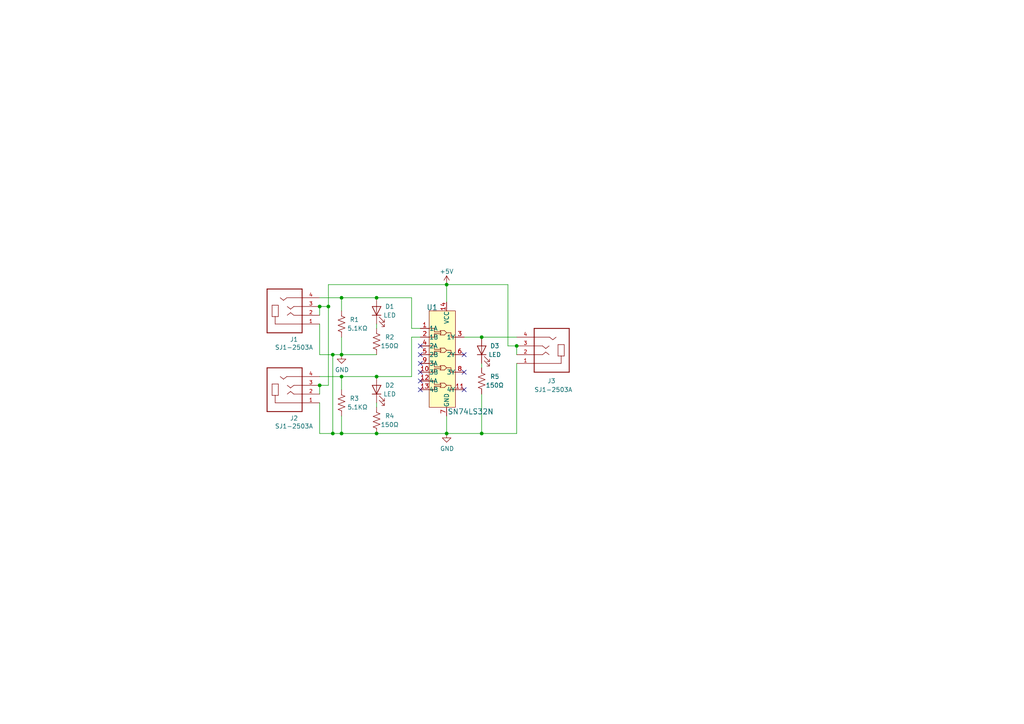
<source format=kicad_sch>
(kicad_sch (version 20211123) (generator eeschema)

  (uuid 1056a15e-094d-47b4-806a-ca2766467e91)

  (paper "A4")

  (lib_symbols
    (symbol "conduWIT_parts:10KΩ" (pin_numbers hide) (pin_names (offset 0)) (in_bom yes) (on_board yes)
      (property "Reference" "R" (id 0) (at 2.54 0 90)
        (effects (font (size 1.27 1.27)))
      )
      (property "Value" "10KΩ" (id 1) (at -2.54 0 90)
        (effects (font (size 1.27 1.27)))
      )
      (property "Footprint" "conduWIT_parts:R_Axial_DIN0207_L6.3mm_D2.5mm_P7.62mm_Horizontal" (id 2) (at 1.016 -0.254 90)
        (effects (font (size 1.27 1.27)) hide)
      )
      (property "Datasheet" "https://www.seielect.com/catalog/sei-rnf_rnmf.pdf" (id 3) (at 0 0 0)
        (effects (font (size 1.27 1.27)) hide)
      )
      (property "Digikey" "RNF14FTD10K0CT-ND" (id 4) (at -5.08 0 90)
        (effects (font (size 1.27 1.27)) hide)
      )
      (property "ki_keywords" "R res resistor" (id 5) (at 0 0 0)
        (effects (font (size 1.27 1.27)) hide)
      )
      (property "ki_description" "Resistor, US symbol" (id 6) (at 0 0 0)
        (effects (font (size 1.27 1.27)) hide)
      )
      (property "ki_fp_filters" "R_*" (id 7) (at 0 0 0)
        (effects (font (size 1.27 1.27)) hide)
      )
      (symbol "10KΩ_0_1"
        (polyline
          (pts
            (xy 0 -2.286)
            (xy 0 -2.54)
          )
          (stroke (width 0) (type default) (color 0 0 0 0))
          (fill (type none))
        )
        (polyline
          (pts
            (xy 0 2.286)
            (xy 0 2.54)
          )
          (stroke (width 0) (type default) (color 0 0 0 0))
          (fill (type none))
        )
        (polyline
          (pts
            (xy 0 -0.762)
            (xy 1.016 -1.143)
            (xy 0 -1.524)
            (xy -1.016 -1.905)
            (xy 0 -2.286)
          )
          (stroke (width 0) (type default) (color 0 0 0 0))
          (fill (type none))
        )
        (polyline
          (pts
            (xy 0 0.762)
            (xy 1.016 0.381)
            (xy 0 0)
            (xy -1.016 -0.381)
            (xy 0 -0.762)
          )
          (stroke (width 0) (type default) (color 0 0 0 0))
          (fill (type none))
        )
        (polyline
          (pts
            (xy 0 2.286)
            (xy 1.016 1.905)
            (xy 0 1.524)
            (xy -1.016 1.143)
            (xy 0 0.762)
          )
          (stroke (width 0) (type default) (color 0 0 0 0))
          (fill (type none))
        )
      )
      (symbol "10KΩ_1_1"
        (pin passive line (at 0 3.81 270) (length 1.27)
          (name "~" (effects (font (size 1.27 1.27))))
          (number "1" (effects (font (size 1.27 1.27))))
        )
        (pin passive line (at 0 -3.81 90) (length 1.27)
          (name "~" (effects (font (size 1.27 1.27))))
          (number "2" (effects (font (size 1.27 1.27))))
        )
      )
    )
    (symbol "conduWIT_parts:30Ω" (pin_numbers hide) (pin_names (offset 0)) (in_bom yes) (on_board yes)
      (property "Reference" "R" (id 0) (at 2.54 0 90)
        (effects (font (size 1.27 1.27)))
      )
      (property "Value" "30Ω" (id 1) (at -2.54 0 90)
        (effects (font (size 1.27 1.27)))
      )
      (property "Footprint" "conduWIT_parts:R_Axial_DIN0207_L6.3mm_D2.5mm_P7.62mm_Horizontal" (id 2) (at 1.016 -0.254 90)
        (effects (font (size 1.27 1.27)) hide)
      )
      (property "Datasheet" "https://www.seielect.com/catalog/sei-rnf_rnmf.pdf" (id 3) (at 0 0 0)
        (effects (font (size 1.27 1.27)) hide)
      )
      (property "Digikey" "RNMF14FTC30R0CT-ND" (id 4) (at -5.08 0 90)
        (effects (font (size 1.27 1.27)) hide)
      )
      (property "ki_keywords" "R res resistor" (id 5) (at 0 0 0)
        (effects (font (size 1.27 1.27)) hide)
      )
      (property "ki_description" "Resistor, US symbol" (id 6) (at 0 0 0)
        (effects (font (size 1.27 1.27)) hide)
      )
      (property "ki_fp_filters" "R_*" (id 7) (at 0 0 0)
        (effects (font (size 1.27 1.27)) hide)
      )
      (symbol "30Ω_0_1"
        (polyline
          (pts
            (xy 0 -2.286)
            (xy 0 -2.54)
          )
          (stroke (width 0) (type default) (color 0 0 0 0))
          (fill (type none))
        )
        (polyline
          (pts
            (xy 0 2.286)
            (xy 0 2.54)
          )
          (stroke (width 0) (type default) (color 0 0 0 0))
          (fill (type none))
        )
        (polyline
          (pts
            (xy 0 -0.762)
            (xy 1.016 -1.143)
            (xy 0 -1.524)
            (xy -1.016 -1.905)
            (xy 0 -2.286)
          )
          (stroke (width 0) (type default) (color 0 0 0 0))
          (fill (type none))
        )
        (polyline
          (pts
            (xy 0 0.762)
            (xy 1.016 0.381)
            (xy 0 0)
            (xy -1.016 -0.381)
            (xy 0 -0.762)
          )
          (stroke (width 0) (type default) (color 0 0 0 0))
          (fill (type none))
        )
        (polyline
          (pts
            (xy 0 2.286)
            (xy 1.016 1.905)
            (xy 0 1.524)
            (xy -1.016 1.143)
            (xy 0 0.762)
          )
          (stroke (width 0) (type default) (color 0 0 0 0))
          (fill (type none))
        )
      )
      (symbol "30Ω_1_1"
        (pin passive line (at 0 3.81 270) (length 1.27)
          (name "~" (effects (font (size 1.27 1.27))))
          (number "1" (effects (font (size 1.27 1.27))))
        )
        (pin passive line (at 0 -3.81 90) (length 1.27)
          (name "~" (effects (font (size 1.27 1.27))))
          (number "2" (effects (font (size 1.27 1.27))))
        )
      )
    )
    (symbol "conduWIT_parts:LED" (pin_numbers hide) (pin_names (offset 1.016) hide) (in_bom yes) (on_board yes)
      (property "Reference" "D" (id 0) (at 0 2.54 0)
        (effects (font (size 1.27 1.27)))
      )
      (property "Value" "LED" (id 1) (at 0 -2.54 0)
        (effects (font (size 1.27 1.27)))
      )
      (property "Footprint" "conduWIT_parts:LED_D5.0mm" (id 2) (at 0 0 0)
        (effects (font (size 1.27 1.27)) hide)
      )
      (property "Datasheet" "https://www.we-online.de/katalog/datasheet/151051RS11000.pdf" (id 3) (at 0 0 0)
        (effects (font (size 1.27 1.27)) hide)
      )
      (property "Digikey" "732-5016-ND" (id 4) (at -2.54 5.08 0)
        (effects (font (size 1.27 1.27)) hide)
      )
      (property "ki_keywords" "LED diode" (id 5) (at 0 0 0)
        (effects (font (size 1.27 1.27)) hide)
      )
      (property "ki_description" "Light emitting diode" (id 6) (at 0 0 0)
        (effects (font (size 1.27 1.27)) hide)
      )
      (property "ki_fp_filters" "LED* LED_SMD:* LED_THT:*" (id 7) (at 0 0 0)
        (effects (font (size 1.27 1.27)) hide)
      )
      (symbol "LED_0_1"
        (polyline
          (pts
            (xy -1.27 -1.27)
            (xy -1.27 1.27)
          )
          (stroke (width 0.2032) (type default) (color 0 0 0 0))
          (fill (type none))
        )
        (polyline
          (pts
            (xy -1.27 0)
            (xy 1.27 0)
          )
          (stroke (width 0) (type default) (color 0 0 0 0))
          (fill (type none))
        )
        (polyline
          (pts
            (xy 1.27 -1.27)
            (xy 1.27 1.27)
            (xy -1.27 0)
            (xy 1.27 -1.27)
          )
          (stroke (width 0.2032) (type default) (color 0 0 0 0))
          (fill (type none))
        )
        (polyline
          (pts
            (xy -3.048 -0.762)
            (xy -4.572 -2.286)
            (xy -3.81 -2.286)
            (xy -4.572 -2.286)
            (xy -4.572 -1.524)
          )
          (stroke (width 0) (type default) (color 0 0 0 0))
          (fill (type none))
        )
        (polyline
          (pts
            (xy -1.778 -0.762)
            (xy -3.302 -2.286)
            (xy -2.54 -2.286)
            (xy -3.302 -2.286)
            (xy -3.302 -1.524)
          )
          (stroke (width 0) (type default) (color 0 0 0 0))
          (fill (type none))
        )
      )
      (symbol "LED_1_1"
        (pin passive line (at -3.81 0 0) (length 2.54)
          (name "K" (effects (font (size 1.27 1.27))))
          (number "1" (effects (font (size 1.27 1.27))))
        )
        (pin passive line (at 3.81 0 180) (length 2.54)
          (name "A" (effects (font (size 1.27 1.27))))
          (number "2" (effects (font (size 1.27 1.27))))
        )
      )
    )
    (symbol "conduWIT_parts:SJ1-2503A" (pin_names (offset 1.016) hide) (in_bom yes) (on_board yes)
      (property "Reference" "J" (id 0) (at -5.08 8.1534 0)
        (effects (font (size 1.27 1.27)) (justify left bottom))
      )
      (property "Value" "SJ1-2503A" (id 1) (at -5.08 -7.112 0)
        (effects (font (size 1.27 1.27)) (justify left bottom))
      )
      (property "Footprint" "conduWIT_parts:CUI_SJ1-2503A" (id 2) (at 0 0 0)
        (effects (font (size 1.27 1.27)) (justify left bottom) hide)
      )
      (property "Datasheet" "https://www.cuidevices.com/product/resource/sj1-2503a.pdf" (id 3) (at 0 0 0)
        (effects (font (size 1.27 1.27)) (justify left bottom) hide)
      )
      (property "Digikey" "CP1-2503A-ND" (id 4) (at 0 -8.89 0)
        (effects (font (size 1.27 1.27)) hide)
      )
      (property "ki_description" "TRS Jack" (id 5) (at 0 0 0)
        (effects (font (size 1.27 1.27)) hide)
      )
      (symbol "SJ1-2503A_0_0"
        (polyline
          (pts
            (xy -5.08 -5.08)
            (xy 5.08 -5.08)
          )
          (stroke (width 0.254) (type default) (color 0 0 0 0))
          (fill (type none))
        )
        (polyline
          (pts
            (xy -5.08 7.62)
            (xy -5.08 -5.08)
          )
          (stroke (width 0.254) (type default) (color 0 0 0 0))
          (fill (type none))
        )
        (polyline
          (pts
            (xy -3.6322 -0.381)
            (xy -3.6322 2.921)
          )
          (stroke (width 0.1524) (type default) (color 0 0 0 0))
          (fill (type none))
        )
        (polyline
          (pts
            (xy -3.6322 2.921)
            (xy -2.7432 2.921)
          )
          (stroke (width 0.1524) (type default) (color 0 0 0 0))
          (fill (type none))
        )
        (polyline
          (pts
            (xy -2.7432 2.921)
            (xy -1.8288 2.921)
          )
          (stroke (width 0.1524) (type default) (color 0 0 0 0))
          (fill (type none))
        )
        (polyline
          (pts
            (xy -2.7432 5.08)
            (xy -2.7432 2.921)
          )
          (stroke (width 0.1524) (type default) (color 0 0 0 0))
          (fill (type none))
        )
        (polyline
          (pts
            (xy -1.8288 -0.381)
            (xy -3.6322 -0.381)
          )
          (stroke (width 0.1524) (type default) (color 0 0 0 0))
          (fill (type none))
        )
        (polyline
          (pts
            (xy -1.8288 2.921)
            (xy -1.8288 -0.381)
          )
          (stroke (width 0.1524) (type default) (color 0 0 0 0))
          (fill (type none))
        )
        (polyline
          (pts
            (xy -0.3302 -1.778)
            (xy -1.27 -2.54)
          )
          (stroke (width 0.1524) (type default) (color 0 0 0 0))
          (fill (type none))
        )
        (polyline
          (pts
            (xy 0.635 -2.54)
            (xy -0.3302 -1.778)
          )
          (stroke (width 0.1524) (type default) (color 0 0 0 0))
          (fill (type none))
        )
        (polyline
          (pts
            (xy 1.7272 0.762)
            (xy 0.762 0)
          )
          (stroke (width 0.1524) (type default) (color 0 0 0 0))
          (fill (type none))
        )
        (polyline
          (pts
            (xy 1.7272 1.778)
            (xy 0.762 2.54)
          )
          (stroke (width 0.1524) (type default) (color 0 0 0 0))
          (fill (type none))
        )
        (polyline
          (pts
            (xy 2.667 0)
            (xy 1.7272 0.762)
          )
          (stroke (width 0.1524) (type default) (color 0 0 0 0))
          (fill (type none))
        )
        (polyline
          (pts
            (xy 2.667 2.54)
            (xy 1.7272 1.778)
          )
          (stroke (width 0.1524) (type default) (color 0 0 0 0))
          (fill (type none))
        )
        (polyline
          (pts
            (xy 4.953 -2.54)
            (xy 0.635 -2.54)
          )
          (stroke (width 0.1524) (type default) (color 0 0 0 0))
          (fill (type none))
        )
        (polyline
          (pts
            (xy 4.953 0)
            (xy 2.667 0)
          )
          (stroke (width 0.1524) (type default) (color 0 0 0 0))
          (fill (type none))
        )
        (polyline
          (pts
            (xy 5.08 -5.08)
            (xy 5.08 2.54)
          )
          (stroke (width 0.254) (type default) (color 0 0 0 0))
          (fill (type none))
        )
        (polyline
          (pts
            (xy 5.08 2.54)
            (xy 2.667 2.54)
          )
          (stroke (width 0.1524) (type default) (color 0 0 0 0))
          (fill (type none))
        )
        (polyline
          (pts
            (xy 5.08 2.54)
            (xy 5.08 5.08)
          )
          (stroke (width 0.254) (type default) (color 0 0 0 0))
          (fill (type none))
        )
        (polyline
          (pts
            (xy 5.08 5.08)
            (xy -2.7432 5.08)
          )
          (stroke (width 0.1524) (type default) (color 0 0 0 0))
          (fill (type none))
        )
        (polyline
          (pts
            (xy 5.08 5.08)
            (xy 5.08 7.62)
          )
          (stroke (width 0.254) (type default) (color 0 0 0 0))
          (fill (type none))
        )
        (polyline
          (pts
            (xy 5.08 7.62)
            (xy -5.08 7.62)
          )
          (stroke (width 0.254) (type default) (color 0 0 0 0))
          (fill (type none))
        )
        (pin passive line (at 10.16 5.08 180) (length 5.08)
          (name "1" (effects (font (size 1.016 1.016))))
          (number "1" (effects (font (size 1.016 1.016))))
        )
        (pin passive line (at 10.16 2.54 180) (length 5.08)
          (name "2" (effects (font (size 1.016 1.016))))
          (number "2" (effects (font (size 1.016 1.016))))
        )
        (pin passive line (at 10.16 0 180) (length 5.08)
          (name "3" (effects (font (size 1.016 1.016))))
          (number "3" (effects (font (size 1.016 1.016))))
        )
        (pin passive line (at 10.16 -2.54 180) (length 5.08)
          (name "4" (effects (font (size 1.016 1.016))))
          (number "4" (effects (font (size 1.016 1.016))))
        )
      )
    )
    (symbol "conduWIT_parts:SN74LS32N" (pin_names (offset 0.0254)) (in_bom yes) (on_board yes)
      (property "Reference" "U" (id 0) (at -2.54 8.636 0)
        (effects (font (size 1.524 1.524)) (justify right))
      )
      (property "Value" "SN74LS32N" (id 1) (at 0.254 -21.59 0)
        (effects (font (size 1.524 1.524)) (justify left))
      )
      (property "Footprint" "conduWIT_parts:DIP-14_W3mm" (id 2) (at 5.08 5.08 0)
        (effects (font (size 1.524 1.524)) (justify left) hide)
      )
      (property "Datasheet" "http://www.ti.com/general/docs/suppproductinfo.tsp?distId=10&gotoUrl=http%3A%2F%2Fwww.ti.com%2Flit%2Fgpn%2Fsn74ls32" (id 3) (at 5.08 7.62 0)
        (effects (font (size 1.524 1.524)) (justify left) hide)
      )
      (property "Digikey" "296-1658-5-ND" (id 4) (at 5.08 10.16 0)
        (effects (font (size 1.524 1.524)) (justify left) hide)
      )
      (property "ki_keywords" "296-1658-5-ND 74LS" (id 5) (at 0 0 0)
        (effects (font (size 1.27 1.27)) hide)
      )
      (property "ki_description" "IC GATE OR 4CH 2-INP 14DIP" (id 6) (at 0 0 0)
        (effects (font (size 1.27 1.27)) hide)
      )
      (symbol "SN74LS32N_0_1"
        (rectangle (start -5.08 7.62) (end 2.54 -20.32)
          (stroke (width 0) (type default) (color 0 0 0 0))
          (fill (type background))
        )
        (arc (start -1.905 -14.605) (mid -1.642 -13.97) (end -1.905 -13.335)
          (stroke (width 0) (type default) (color 0 0 0 0))
          (fill (type none))
        )
        (arc (start -1.905 -9.525) (mid -1.642 -8.89) (end -1.905 -8.255)
          (stroke (width 0) (type default) (color 0 0 0 0))
          (fill (type none))
        )
        (arc (start -1.905 -4.445) (mid -1.642 -3.81) (end -1.905 -3.175)
          (stroke (width 0) (type default) (color 0 0 0 0))
          (fill (type none))
        )
        (arc (start -1.905 0.635) (mid -1.642 1.27) (end -1.905 1.905)
          (stroke (width 0) (type default) (color 0 0 0 0))
          (fill (type none))
        )
        (polyline
          (pts
            (xy -1.905 -14.224)
            (xy -1.778 -14.224)
          )
          (stroke (width 0) (type default) (color 0 0 0 0))
          (fill (type none))
        )
        (polyline
          (pts
            (xy -1.905 -13.716)
            (xy -1.778 -13.716)
          )
          (stroke (width 0) (type default) (color 0 0 0 0))
          (fill (type none))
        )
        (polyline
          (pts
            (xy -1.905 -9.144)
            (xy -1.778 -9.144)
          )
          (stroke (width 0) (type default) (color 0 0 0 0))
          (fill (type none))
        )
        (polyline
          (pts
            (xy -1.905 -8.636)
            (xy -1.778 -8.636)
          )
          (stroke (width 0) (type default) (color 0 0 0 0))
          (fill (type none))
        )
        (polyline
          (pts
            (xy -1.905 -4.064)
            (xy -1.778 -4.064)
          )
          (stroke (width 0) (type default) (color 0 0 0 0))
          (fill (type none))
        )
        (polyline
          (pts
            (xy -1.905 -3.556)
            (xy -1.778 -3.556)
          )
          (stroke (width 0) (type default) (color 0 0 0 0))
          (fill (type none))
        )
        (polyline
          (pts
            (xy -1.905 1.016)
            (xy -1.778 1.016)
          )
          (stroke (width 0) (type default) (color 0 0 0 0))
          (fill (type none))
        )
        (polyline
          (pts
            (xy -1.905 1.524)
            (xy -1.778 1.524)
          )
          (stroke (width 0) (type default) (color 0 0 0 0))
          (fill (type none))
        )
        (polyline
          (pts
            (xy -0.635 -14.605)
            (xy -1.905 -14.605)
          )
          (stroke (width 0) (type default) (color 0 0 0 0))
          (fill (type none))
        )
        (polyline
          (pts
            (xy -0.635 -13.335)
            (xy -1.905 -13.335)
          )
          (stroke (width 0) (type default) (color 0 0 0 0))
          (fill (type none))
        )
        (polyline
          (pts
            (xy -0.635 -9.525)
            (xy -1.905 -9.525)
          )
          (stroke (width 0) (type default) (color 0 0 0 0))
          (fill (type none))
        )
        (polyline
          (pts
            (xy -0.635 -8.255)
            (xy -1.905 -8.255)
          )
          (stroke (width 0) (type default) (color 0 0 0 0))
          (fill (type none))
        )
        (polyline
          (pts
            (xy -0.635 -4.445)
            (xy -1.905 -4.445)
          )
          (stroke (width 0) (type default) (color 0 0 0 0))
          (fill (type none))
        )
        (polyline
          (pts
            (xy -0.635 -3.175)
            (xy -1.905 -3.175)
          )
          (stroke (width 0) (type default) (color 0 0 0 0))
          (fill (type none))
        )
        (polyline
          (pts
            (xy -0.635 0.635)
            (xy -1.905 0.635)
          )
          (stroke (width 0) (type default) (color 0 0 0 0))
          (fill (type none))
        )
        (polyline
          (pts
            (xy -0.635 1.905)
            (xy -1.905 1.905)
          )
          (stroke (width 0) (type default) (color 0 0 0 0))
          (fill (type none))
        )
        (polyline
          (pts
            (xy -0.635 -13.335)
            (xy 0 -13.97)
            (xy -0.635 -14.605)
          )
          (stroke (width 0) (type default) (color 0 0 0 0))
          (fill (type none))
        )
        (polyline
          (pts
            (xy -0.635 -8.255)
            (xy 0 -8.89)
            (xy -0.635 -9.525)
          )
          (stroke (width 0) (type default) (color 0 0 0 0))
          (fill (type none))
        )
        (polyline
          (pts
            (xy -0.635 -3.175)
            (xy 0 -3.81)
            (xy -0.635 -4.445)
          )
          (stroke (width 0) (type default) (color 0 0 0 0))
          (fill (type none))
        )
        (polyline
          (pts
            (xy -0.635 1.905)
            (xy 0 1.27)
            (xy -0.635 0.635)
          )
          (stroke (width 0) (type default) (color 0 0 0 0))
          (fill (type none))
        )
        (polyline
          (pts
            (xy -5.08 -15.24)
            (xy -3.556 -15.24)
            (xy -3.556 -14.224)
            (xy -1.905 -14.224)
          )
          (stroke (width 0) (type default) (color 0 0 0 0))
          (fill (type none))
        )
        (polyline
          (pts
            (xy -5.08 -10.16)
            (xy -3.556 -10.16)
            (xy -3.556 -9.144)
            (xy -1.905 -9.144)
          )
          (stroke (width 0) (type default) (color 0 0 0 0))
          (fill (type none))
        )
        (polyline
          (pts
            (xy -5.08 -5.08)
            (xy -3.556 -5.08)
            (xy -3.556 -4.064)
            (xy -1.905 -4.064)
          )
          (stroke (width 0) (type default) (color 0 0 0 0))
          (fill (type none))
        )
        (polyline
          (pts
            (xy -5.08 0)
            (xy -3.556 0)
            (xy -3.556 1.016)
            (xy -1.905 1.016)
          )
          (stroke (width 0) (type default) (color 0 0 0 0))
          (fill (type none))
        )
        (polyline
          (pts
            (xy -1.905 -13.716)
            (xy -3.556 -13.716)
            (xy -3.556 -12.7)
            (xy -5.08 -12.7)
          )
          (stroke (width 0) (type default) (color 0 0 0 0))
          (fill (type none))
        )
        (polyline
          (pts
            (xy -1.905 -8.636)
            (xy -3.556 -8.636)
            (xy -3.556 -7.62)
            (xy -5.08 -7.62)
          )
          (stroke (width 0) (type default) (color 0 0 0 0))
          (fill (type none))
        )
        (polyline
          (pts
            (xy -1.905 -3.556)
            (xy -3.556 -3.556)
            (xy -3.556 -2.54)
            (xy -5.08 -2.54)
          )
          (stroke (width 0) (type default) (color 0 0 0 0))
          (fill (type none))
        )
        (polyline
          (pts
            (xy -1.905 1.524)
            (xy -3.556 1.524)
            (xy -3.556 2.54)
            (xy -5.08 2.54)
          )
          (stroke (width 0) (type default) (color 0 0 0 0))
          (fill (type none))
        )
        (polyline
          (pts
            (xy 2.54 -15.24)
            (xy 1.27 -15.24)
            (xy 1.27 -13.97)
            (xy 0 -13.97)
          )
          (stroke (width 0) (type default) (color 0 0 0 0))
          (fill (type none))
        )
        (polyline
          (pts
            (xy 2.54 -10.16)
            (xy 1.27 -10.16)
            (xy 1.27 -8.89)
            (xy 0 -8.89)
          )
          (stroke (width 0) (type default) (color 0 0 0 0))
          (fill (type none))
        )
        (polyline
          (pts
            (xy 2.54 -5.08)
            (xy 1.27 -5.08)
            (xy 1.27 -3.81)
            (xy 0 -3.81)
          )
          (stroke (width 0) (type default) (color 0 0 0 0))
          (fill (type none))
        )
        (polyline
          (pts
            (xy 2.54 0)
            (xy 1.27 0)
            (xy 1.27 1.27)
            (xy 0 1.27)
          )
          (stroke (width 0) (type default) (color 0 0 0 0))
          (fill (type none))
        )
      )
      (symbol "SN74LS32N_1_1"
        (pin input line (at -7.62 2.54 0) (length 2.54)
          (name "1A" (effects (font (size 1.27 1.27))))
          (number "1" (effects (font (size 1.27 1.27))))
        )
        (pin input line (at -7.62 -10.16 0) (length 2.54)
          (name "3B" (effects (font (size 1.27 1.27))))
          (number "10" (effects (font (size 1.27 1.27))))
        )
        (pin output line (at 5.08 -15.24 180) (length 2.54)
          (name "4Y" (effects (font (size 1.27 1.27))))
          (number "11" (effects (font (size 1.27 1.27))))
        )
        (pin input line (at -7.62 -12.7 0) (length 2.54)
          (name "4A" (effects (font (size 1.27 1.27))))
          (number "12" (effects (font (size 1.27 1.27))))
        )
        (pin input line (at -7.62 -15.24 0) (length 2.54)
          (name "4B" (effects (font (size 1.27 1.27))))
          (number "13" (effects (font (size 1.27 1.27))))
        )
        (pin power_in line (at 0 10.16 270) (length 2.54)
          (name "VCC" (effects (font (size 1.27 1.27))))
          (number "14" (effects (font (size 1.27 1.27))))
        )
        (pin input line (at -7.62 0 0) (length 2.54)
          (name "1B" (effects (font (size 1.27 1.27))))
          (number "2" (effects (font (size 1.27 1.27))))
        )
        (pin output line (at 5.08 0 180) (length 2.54)
          (name "1Y" (effects (font (size 1.27 1.27))))
          (number "3" (effects (font (size 1.27 1.27))))
        )
        (pin input line (at -7.62 -2.54 0) (length 2.54)
          (name "2A" (effects (font (size 1.27 1.27))))
          (number "4" (effects (font (size 1.27 1.27))))
        )
        (pin input line (at -7.62 -5.08 0) (length 2.54)
          (name "2B" (effects (font (size 1.27 1.27))))
          (number "5" (effects (font (size 1.27 1.27))))
        )
        (pin output line (at 5.08 -5.08 180) (length 2.54)
          (name "2Y" (effects (font (size 1.27 1.27))))
          (number "6" (effects (font (size 1.27 1.27))))
        )
        (pin power_in line (at 0 -22.86 90) (length 2.54)
          (name "GND" (effects (font (size 1.27 1.27))))
          (number "7" (effects (font (size 1.27 1.27))))
        )
        (pin output line (at 5.08 -10.16 180) (length 2.54)
          (name "3Y" (effects (font (size 1.27 1.27))))
          (number "8" (effects (font (size 1.27 1.27))))
        )
        (pin input line (at -7.62 -7.62 0) (length 2.54)
          (name "3A" (effects (font (size 1.27 1.27))))
          (number "9" (effects (font (size 1.27 1.27))))
        )
      )
    )
    (symbol "power:+5V" (power) (pin_names (offset 0)) (in_bom yes) (on_board yes)
      (property "Reference" "#PWR" (id 0) (at 0 -3.81 0)
        (effects (font (size 1.27 1.27)) hide)
      )
      (property "Value" "+5V" (id 1) (at 0 3.556 0)
        (effects (font (size 1.27 1.27)))
      )
      (property "Footprint" "" (id 2) (at 0 0 0)
        (effects (font (size 1.27 1.27)) hide)
      )
      (property "Datasheet" "" (id 3) (at 0 0 0)
        (effects (font (size 1.27 1.27)) hide)
      )
      (property "ki_keywords" "power-flag" (id 4) (at 0 0 0)
        (effects (font (size 1.27 1.27)) hide)
      )
      (property "ki_description" "Power symbol creates a global label with name \"+5V\"" (id 5) (at 0 0 0)
        (effects (font (size 1.27 1.27)) hide)
      )
      (symbol "+5V_0_1"
        (polyline
          (pts
            (xy -0.762 1.27)
            (xy 0 2.54)
          )
          (stroke (width 0) (type default) (color 0 0 0 0))
          (fill (type none))
        )
        (polyline
          (pts
            (xy 0 0)
            (xy 0 2.54)
          )
          (stroke (width 0) (type default) (color 0 0 0 0))
          (fill (type none))
        )
        (polyline
          (pts
            (xy 0 2.54)
            (xy 0.762 1.27)
          )
          (stroke (width 0) (type default) (color 0 0 0 0))
          (fill (type none))
        )
      )
      (symbol "+5V_1_1"
        (pin power_in line (at 0 0 90) (length 0) hide
          (name "+5V" (effects (font (size 1.27 1.27))))
          (number "1" (effects (font (size 1.27 1.27))))
        )
      )
    )
    (symbol "power:GND" (power) (pin_names (offset 0)) (in_bom yes) (on_board yes)
      (property "Reference" "#PWR" (id 0) (at 0 -6.35 0)
        (effects (font (size 1.27 1.27)) hide)
      )
      (property "Value" "GND" (id 1) (at 0 -3.81 0)
        (effects (font (size 1.27 1.27)))
      )
      (property "Footprint" "" (id 2) (at 0 0 0)
        (effects (font (size 1.27 1.27)) hide)
      )
      (property "Datasheet" "" (id 3) (at 0 0 0)
        (effects (font (size 1.27 1.27)) hide)
      )
      (property "ki_keywords" "power-flag" (id 4) (at 0 0 0)
        (effects (font (size 1.27 1.27)) hide)
      )
      (property "ki_description" "Power symbol creates a global label with name \"GND\" , ground" (id 5) (at 0 0 0)
        (effects (font (size 1.27 1.27)) hide)
      )
      (symbol "GND_0_1"
        (polyline
          (pts
            (xy 0 0)
            (xy 0 -1.27)
            (xy 1.27 -1.27)
            (xy 0 -2.54)
            (xy -1.27 -1.27)
            (xy 0 -1.27)
          )
          (stroke (width 0) (type default) (color 0 0 0 0))
          (fill (type none))
        )
      )
      (symbol "GND_1_1"
        (pin power_in line (at 0 0 270) (length 0) hide
          (name "GND" (effects (font (size 1.27 1.27))))
          (number "1" (effects (font (size 1.27 1.27))))
        )
      )
    )
  )

  (junction (at 129.54 82.55) (diameter 0) (color 0 0 0 0)
    (uuid 0a4cef9f-4759-4214-ba6f-be16d2d3f146)
  )
  (junction (at 96.52 102.87) (diameter 0) (color 0 0 0 0)
    (uuid 0c064512-5a91-46ec-958b-85af02ad063d)
  )
  (junction (at 92.71 88.9) (diameter 0) (color 0 0 0 0)
    (uuid 217d4cd3-76d6-4c2b-a87e-cacfacc37683)
  )
  (junction (at 99.06 102.87) (diameter 0) (color 0 0 0 0)
    (uuid 2982b343-0b64-45ae-8baf-c801271084c4)
  )
  (junction (at 96.52 125.73) (diameter 0) (color 0 0 0 0)
    (uuid 318c5e9d-bc6c-453b-9a0e-bb3e36f3c545)
  )
  (junction (at 149.86 100.33) (diameter 0) (color 0 0 0 0)
    (uuid 39532991-e6f0-44ce-8ca0-e1e82fbb48b7)
  )
  (junction (at 95.25 88.9) (diameter 0) (color 0 0 0 0)
    (uuid 39c87b14-36a5-4374-b7a7-05556ba16e11)
  )
  (junction (at 109.22 86.36) (diameter 0) (color 0 0 0 0)
    (uuid 4b05f6ac-9ecb-4993-9aea-4d8797f29035)
  )
  (junction (at 109.22 109.22) (diameter 0) (color 0 0 0 0)
    (uuid 51fc8d8d-84f9-4f79-855c-847b9b483391)
  )
  (junction (at 129.54 125.73) (diameter 0) (color 0 0 0 0)
    (uuid 69185e85-059d-495d-90c1-f3bd07712026)
  )
  (junction (at 99.06 86.36) (diameter 0) (color 0 0 0 0)
    (uuid 69fc3857-6453-477a-b81a-b71dd45eebb7)
  )
  (junction (at 92.71 111.76) (diameter 0) (color 0 0 0 0)
    (uuid 7b5f82e2-d3a5-4244-a3c4-5b27e9301927)
  )
  (junction (at 139.7 97.79) (diameter 0) (color 0 0 0 0)
    (uuid 9b856436-a9d3-4aa1-a9f6-c56e32376ccf)
  )
  (junction (at 139.7 125.73) (diameter 0) (color 0 0 0 0)
    (uuid c9041b45-4f1d-4743-b190-9e2488ee78c7)
  )
  (junction (at 99.06 125.73) (diameter 0) (color 0 0 0 0)
    (uuid ccdd6167-807e-493b-8d97-fc0533ea2acb)
  )
  (junction (at 99.06 109.22) (diameter 0) (color 0 0 0 0)
    (uuid d7251386-11ad-4292-b9f5-8d1b79b11fde)
  )
  (junction (at 109.22 125.73) (diameter 0) (color 0 0 0 0)
    (uuid ef5e622e-fb20-4281-b8ce-595e523f033e)
  )

  (no_connect (at 121.92 110.49) (uuid 1b5536cf-759e-43d9-ae70-d809deec20d7))
  (no_connect (at 121.92 105.41) (uuid 1ba9ea38-1568-4321-9ff5-c627423f7fae))
  (no_connect (at 134.62 107.95) (uuid 25d43170-025f-447e-981c-f158f1a2eedb))
  (no_connect (at 121.92 113.03) (uuid 2f0ad905-fa12-4ea9-8906-077ba12eed26))
  (no_connect (at 121.92 102.87) (uuid 2f725110-f23b-4a81-945e-db87904d3e34))
  (no_connect (at 134.62 113.03) (uuid 7ff975fd-7e66-4336-ae81-386dea4244a3))
  (no_connect (at 121.92 100.33) (uuid b91c7c9f-1f7a-4cbd-86fc-2a081e7b712b))
  (no_connect (at 134.62 102.87) (uuid e158d6fd-9ffa-49ee-a3c0-45d9c5025017))
  (no_connect (at 121.92 107.95) (uuid e6abea66-2e46-4f23-8c7d-a61f1a13a16d))

  (wire (pts (xy 129.54 82.55) (xy 147.32 82.55))
    (stroke (width 0) (type default) (color 0 0 0 0))
    (uuid 1e824516-a691-4c01-a8d0-5117c5968ef7)
  )
  (wire (pts (xy 92.71 109.22) (xy 99.06 109.22))
    (stroke (width 0) (type default) (color 0 0 0 0))
    (uuid 30e0c9ea-5b6c-42c0-92fb-b7d361ec74ff)
  )
  (wire (pts (xy 139.7 125.73) (xy 149.86 125.73))
    (stroke (width 0) (type default) (color 0 0 0 0))
    (uuid 3132bcae-12be-45a2-8256-1790196add48)
  )
  (wire (pts (xy 99.06 113.03) (xy 99.06 109.22))
    (stroke (width 0) (type default) (color 0 0 0 0))
    (uuid 31fc4f62-d600-471f-9bac-a1a0fc77852d)
  )
  (wire (pts (xy 92.71 88.9) (xy 92.71 91.44))
    (stroke (width 0) (type default) (color 0 0 0 0))
    (uuid 35058c5b-f703-4b69-a34d-91fd219151b4)
  )
  (wire (pts (xy 99.06 125.73) (xy 109.22 125.73))
    (stroke (width 0) (type default) (color 0 0 0 0))
    (uuid 363fc8d3-3381-4016-8a1d-000ea95e6810)
  )
  (wire (pts (xy 92.71 102.87) (xy 96.52 102.87))
    (stroke (width 0) (type default) (color 0 0 0 0))
    (uuid 4177efbf-c59e-4748-96c6-03502d083d9a)
  )
  (wire (pts (xy 99.06 102.87) (xy 109.22 102.87))
    (stroke (width 0) (type default) (color 0 0 0 0))
    (uuid 425fd3b6-d1de-477e-9d08-40aa51911d99)
  )
  (wire (pts (xy 92.71 93.98) (xy 92.71 102.87))
    (stroke (width 0) (type default) (color 0 0 0 0))
    (uuid 462cacfa-acd8-4b10-b804-8044a6c48c69)
  )
  (wire (pts (xy 129.54 82.55) (xy 129.54 87.63))
    (stroke (width 0) (type default) (color 0 0 0 0))
    (uuid 4ba68a78-a0d1-40ea-a0a0-6144493b19b8)
  )
  (wire (pts (xy 99.06 86.36) (xy 109.22 86.36))
    (stroke (width 0) (type default) (color 0 0 0 0))
    (uuid 4d0204db-516e-4ade-8266-b1dfd8a18bca)
  )
  (wire (pts (xy 119.38 97.79) (xy 121.92 97.79))
    (stroke (width 0) (type default) (color 0 0 0 0))
    (uuid 52013ab7-ab29-4852-8de6-5aa3a69d4292)
  )
  (wire (pts (xy 109.22 125.73) (xy 129.54 125.73))
    (stroke (width 0) (type default) (color 0 0 0 0))
    (uuid 53ed2351-82a7-45d1-b10b-18b6e5d85f39)
  )
  (wire (pts (xy 95.25 82.55) (xy 129.54 82.55))
    (stroke (width 0) (type default) (color 0 0 0 0))
    (uuid 55cb4205-fae0-4701-a5d4-6b580c71b3c7)
  )
  (wire (pts (xy 96.52 102.87) (xy 99.06 102.87))
    (stroke (width 0) (type default) (color 0 0 0 0))
    (uuid 584eda94-83ca-4ce5-9cff-46cbb99c4766)
  )
  (wire (pts (xy 92.71 111.76) (xy 95.25 111.76))
    (stroke (width 0) (type default) (color 0 0 0 0))
    (uuid 58a3a36e-fcc1-4804-87ed-fce9e20270ff)
  )
  (wire (pts (xy 96.52 125.73) (xy 99.06 125.73))
    (stroke (width 0) (type default) (color 0 0 0 0))
    (uuid 6a470d55-9f2d-4d3d-b7d3-7b8661c49603)
  )
  (wire (pts (xy 92.71 111.76) (xy 92.71 114.3))
    (stroke (width 0) (type default) (color 0 0 0 0))
    (uuid 6b739a54-8f0d-4d02-b3b5-aeb46856e31d)
  )
  (wire (pts (xy 139.7 97.79) (xy 149.86 97.79))
    (stroke (width 0) (type default) (color 0 0 0 0))
    (uuid 7076ae4c-da3b-489a-bad8-0d095903dcbe)
  )
  (wire (pts (xy 109.22 118.11) (xy 109.22 116.84))
    (stroke (width 0) (type default) (color 0 0 0 0))
    (uuid 778c8c6f-d2be-498d-a85f-d7a932914c74)
  )
  (wire (pts (xy 109.22 109.22) (xy 119.38 109.22))
    (stroke (width 0) (type default) (color 0 0 0 0))
    (uuid 78600e4b-6cd6-4db2-b091-60ea70d54f8f)
  )
  (wire (pts (xy 109.22 95.25) (xy 109.22 93.98))
    (stroke (width 0) (type default) (color 0 0 0 0))
    (uuid 78aa3b64-6b9c-456d-ba1a-5d570d27ef76)
  )
  (wire (pts (xy 147.32 100.33) (xy 149.86 100.33))
    (stroke (width 0) (type default) (color 0 0 0 0))
    (uuid 7e4a92c1-0e8e-49d4-80ca-89d9608ea8e7)
  )
  (wire (pts (xy 95.25 82.55) (xy 95.25 88.9))
    (stroke (width 0) (type default) (color 0 0 0 0))
    (uuid 869b583d-bd64-46a2-abdd-526b80a51606)
  )
  (wire (pts (xy 119.38 95.25) (xy 121.92 95.25))
    (stroke (width 0) (type default) (color 0 0 0 0))
    (uuid 8caab9c3-c7d2-46e3-909a-e09385320043)
  )
  (wire (pts (xy 92.71 86.36) (xy 99.06 86.36))
    (stroke (width 0) (type default) (color 0 0 0 0))
    (uuid 9184918a-b347-4ea8-b3bf-2bf9df5d0afe)
  )
  (wire (pts (xy 129.54 125.73) (xy 139.7 125.73))
    (stroke (width 0) (type default) (color 0 0 0 0))
    (uuid 9734cf0e-6699-40cb-a28a-511ffa1eb6a3)
  )
  (wire (pts (xy 109.22 86.36) (xy 119.38 86.36))
    (stroke (width 0) (type default) (color 0 0 0 0))
    (uuid 9d3f9828-00a2-4802-aa35-e2df88c6f22a)
  )
  (wire (pts (xy 139.7 106.68) (xy 139.7 105.41))
    (stroke (width 0) (type default) (color 0 0 0 0))
    (uuid aaae9fcc-c6e6-47aa-9dc7-f4b350e7218c)
  )
  (wire (pts (xy 95.25 88.9) (xy 95.25 111.76))
    (stroke (width 0) (type default) (color 0 0 0 0))
    (uuid b2b6a282-80c4-4a55-a05f-5f689717ef58)
  )
  (wire (pts (xy 96.52 102.87) (xy 96.52 125.73))
    (stroke (width 0) (type default) (color 0 0 0 0))
    (uuid b31db8ad-6cab-478e-a23e-faa3388e5cb5)
  )
  (wire (pts (xy 92.71 88.9) (xy 95.25 88.9))
    (stroke (width 0) (type default) (color 0 0 0 0))
    (uuid b339c40b-d32a-4ff0-9d40-ae851e9185b1)
  )
  (wire (pts (xy 129.54 120.65) (xy 129.54 125.73))
    (stroke (width 0) (type default) (color 0 0 0 0))
    (uuid b53e7ac3-15e7-4d50-94ba-b7ac7d6da7e6)
  )
  (wire (pts (xy 134.62 97.79) (xy 139.7 97.79))
    (stroke (width 0) (type default) (color 0 0 0 0))
    (uuid b92fc2b8-3179-4b31-9ca3-d3ff40ccb17f)
  )
  (wire (pts (xy 99.06 120.65) (xy 99.06 125.73))
    (stroke (width 0) (type default) (color 0 0 0 0))
    (uuid bb9c9fa5-3c59-497d-abc4-68d633c7a24a)
  )
  (wire (pts (xy 149.86 105.41) (xy 149.86 125.73))
    (stroke (width 0) (type default) (color 0 0 0 0))
    (uuid bc2154f1-12be-4e31-9ba8-08158845a1dc)
  )
  (wire (pts (xy 149.86 100.33) (xy 149.86 102.87))
    (stroke (width 0) (type default) (color 0 0 0 0))
    (uuid bcc1a613-17a8-4b85-8620-6e3bf834f1b1)
  )
  (wire (pts (xy 99.06 109.22) (xy 109.22 109.22))
    (stroke (width 0) (type default) (color 0 0 0 0))
    (uuid c7889fb7-1526-430d-b208-4077aae93770)
  )
  (wire (pts (xy 119.38 86.36) (xy 119.38 95.25))
    (stroke (width 0) (type default) (color 0 0 0 0))
    (uuid e35cb008-5d59-4a0b-aca6-a87c92b7494e)
  )
  (wire (pts (xy 119.38 109.22) (xy 119.38 97.79))
    (stroke (width 0) (type default) (color 0 0 0 0))
    (uuid e42c6174-e6f6-4b65-8e92-d398bb72090d)
  )
  (wire (pts (xy 92.71 125.73) (xy 96.52 125.73))
    (stroke (width 0) (type default) (color 0 0 0 0))
    (uuid e7d61eeb-05b3-4135-9ce9-811cdd213190)
  )
  (wire (pts (xy 99.06 90.17) (xy 99.06 86.36))
    (stroke (width 0) (type default) (color 0 0 0 0))
    (uuid ea833ae7-0a8b-411a-b0cb-1511ec2566a8)
  )
  (wire (pts (xy 99.06 97.79) (xy 99.06 102.87))
    (stroke (width 0) (type default) (color 0 0 0 0))
    (uuid ed277435-1ada-4155-bfbd-c6b9320e384a)
  )
  (wire (pts (xy 147.32 82.55) (xy 147.32 100.33))
    (stroke (width 0) (type default) (color 0 0 0 0))
    (uuid f76d420d-dd11-4400-a8c2-fcee9fcbdb0f)
  )
  (wire (pts (xy 139.7 114.3) (xy 139.7 125.73))
    (stroke (width 0) (type default) (color 0 0 0 0))
    (uuid fa6debe5-2b30-4e73-8885-1ed23e0a6059)
  )
  (wire (pts (xy 92.71 116.84) (xy 92.71 125.73))
    (stroke (width 0) (type default) (color 0 0 0 0))
    (uuid ff2fb63b-d616-43ab-947e-30041f3599da)
  )

  (symbol (lib_id "conduWIT_parts:SJ1-2503A") (at 160.02 100.33 180) (unit 1)
    (in_bom yes) (on_board yes)
    (uuid 00000000-0000-0000-0000-00005e602f64)
    (property "Reference" "J3" (id 0) (at 158.75 110.49 0)
      (effects (font (size 1.27 1.27)) (justify right))
    )
    (property "Value" "SJ1-2503A" (id 1) (at 154.94 113.03 0)
      (effects (font (size 1.27 1.27)) (justify right))
    )
    (property "Footprint" "conduWIT_parts:CUI_SJ1-2503A" (id 2) (at 160.02 100.33 0)
      (effects (font (size 1.27 1.27)) (justify left bottom) hide)
    )
    (property "Datasheet" "https://www.cuidevices.com/product/resource/sj1-2503a.pdf" (id 3) (at 160.02 100.33 0)
      (effects (font (size 1.27 1.27)) (justify left bottom) hide)
    )
    (property "Digikey" "CP1-2503A-ND" (id 4) (at 160.02 91.44 0)
      (effects (font (size 1.27 1.27)) hide)
    )
    (pin "1" (uuid 94c68a2b-7205-4896-b63f-6c3f0afd7029))
    (pin "2" (uuid 861c9dc9-d035-42b9-abee-85f1a8ca04ff))
    (pin "3" (uuid 1e87e273-d66f-4f56-8e32-c3f805d144f4))
    (pin "4" (uuid c1781ace-1e38-4be6-b2b7-3a06c18fb0f0))
  )

  (symbol (lib_id "conduWIT_parts:SJ1-2503A") (at 82.55 111.76 0) (mirror x) (unit 1)
    (in_bom yes) (on_board yes)
    (uuid 00000000-0000-0000-0000-00005e603f07)
    (property "Reference" "J2" (id 0) (at 85.2678 121.3104 0))
    (property "Value" "SJ1-2503A" (id 1) (at 85.2678 123.6218 0))
    (property "Footprint" "conduWIT_parts:CUI_SJ1-2503A" (id 2) (at 82.55 111.76 0)
      (effects (font (size 1.27 1.27)) (justify left bottom) hide)
    )
    (property "Datasheet" "https://www.cuidevices.com/product/resource/sj1-2503a.pdf" (id 3) (at 82.55 111.76 0)
      (effects (font (size 1.27 1.27)) (justify left bottom) hide)
    )
    (property "Digikey" "CP1-2503A-ND" (id 4) (at 82.55 102.87 0)
      (effects (font (size 1.27 1.27)) hide)
    )
    (pin "1" (uuid 14f6834e-19ab-428a-aa6f-63d2749d7279))
    (pin "2" (uuid 343fda93-a766-43ca-9bb9-cc85c2b3c25d))
    (pin "3" (uuid 5ca4a913-94ee-47e4-8b28-041364aaf3e4))
    (pin "4" (uuid a700b7e4-36d1-4a41-9c1d-c98fda98d8ef))
  )

  (symbol (lib_id "conduWIT_parts:SN74LS32N") (at 129.54 97.79 0) (unit 1)
    (in_bom yes) (on_board yes)
    (uuid 00000000-0000-0000-0000-00005e6055d7)
    (property "Reference" "U1" (id 0) (at 127 89.154 0)
      (effects (font (size 1.524 1.524)) (justify right))
    )
    (property "Value" "SN74LS32N" (id 1) (at 129.794 119.38 0)
      (effects (font (size 1.524 1.524)) (justify left))
    )
    (property "Footprint" "conduWIT_parts:DIP-14_W3mm" (id 2) (at 134.62 92.71 0)
      (effects (font (size 1.524 1.524)) (justify left) hide)
    )
    (property "Datasheet" "http://www.ti.com/general/docs/suppproductinfo.tsp?distId=10&gotoUrl=http%3A%2F%2Fwww.ti.com%2Flit%2Fgpn%2Fsn74ls32" (id 3) (at 134.62 90.17 0)
      (effects (font (size 1.524 1.524)) (justify left) hide)
    )
    (property "Digikey" "296-1658-5-ND" (id 4) (at 134.62 87.63 0)
      (effects (font (size 1.524 1.524)) (justify left) hide)
    )
    (pin "1" (uuid 900d7e8a-fe17-46fb-9a9c-6283992b41d7))
    (pin "10" (uuid 1f5b35f7-912d-4871-98f9-ea2ab60ba80f))
    (pin "11" (uuid 0282d25c-fd0b-4dcd-a6e3-fe06691c575f))
    (pin "12" (uuid 33a6515c-3272-47ab-aa4b-fefa1ffb3169))
    (pin "13" (uuid 21920411-0c52-4e33-92f4-a324ca09fac4))
    (pin "14" (uuid ba6fd237-33ed-4f66-954f-e2571eb92dd2))
    (pin "2" (uuid 0b69f552-89d3-4e7f-83c9-278658c42f4e))
    (pin "3" (uuid 39cc5cc0-581a-4455-9e2a-36ca85f122cb))
    (pin "4" (uuid 53d8f24c-6d3b-4806-9111-6b68d73a34a1))
    (pin "5" (uuid 4ce62b8e-5907-420d-904c-1d3cea047393))
    (pin "6" (uuid 9339841b-7303-41e9-851c-16735c6bd88a))
    (pin "7" (uuid c69c10ca-efb4-43eb-b03d-02f534fc1e18))
    (pin "8" (uuid d434bca9-dca7-437e-80fc-c2d7b0fcc0f0))
    (pin "9" (uuid ae285ca0-86fa-4cb2-8bf5-8594c2709446))
  )

  (symbol (lib_id "conduWIT_parts:10KΩ") (at 99.06 116.84 180) (unit 1)
    (in_bom yes) (on_board yes)
    (uuid 00000000-0000-0000-0000-00005e6156cb)
    (property "Reference" "R3" (id 0) (at 104.14 115.57 0)
      (effects (font (size 1.27 1.27)) (justify left))
    )
    (property "Value" "5.1KΩ" (id 1) (at 106.68 118.11 0)
      (effects (font (size 1.27 1.27)) (justify left))
    )
    (property "Footprint" "conduWIT_parts:R_Axial_DIN0207_L6.3mm_D2.5mm_P7.62mm_Horizontal" (id 2) (at 98.044 116.586 90)
      (effects (font (size 1.27 1.27)) hide)
    )
    (property "Datasheet" "https://www.seielect.com/Catalog/SEI-RNF_RNMF.pdf" (id 3) (at 99.06 116.84 0)
      (effects (font (size 1.27 1.27)) hide)
    )
    (property "Digikey" "S5.1KCACT-ND" (id 4) (at 104.14 116.84 90)
      (effects (font (size 1.27 1.27)) hide)
    )
    (pin "1" (uuid 0fc5f095-6bf5-4377-b0c8-a6067cd174a3))
    (pin "2" (uuid 912e5213-4257-4e2f-a28c-6eb14da4089a))
  )

  (symbol (lib_id "power:GND") (at 129.54 125.73 0) (unit 1)
    (in_bom yes) (on_board yes)
    (uuid 00000000-0000-0000-0000-00005e617c84)
    (property "Reference" "#PWR07" (id 0) (at 129.54 132.08 0)
      (effects (font (size 1.27 1.27)) hide)
    )
    (property "Value" "GND" (id 1) (at 129.667 130.1242 0))
    (property "Footprint" "" (id 2) (at 129.54 125.73 0)
      (effects (font (size 1.27 1.27)) hide)
    )
    (property "Datasheet" "" (id 3) (at 129.54 125.73 0)
      (effects (font (size 1.27 1.27)) hide)
    )
    (pin "1" (uuid d1e8ad0e-4b78-4918-a71c-82e2085b7b76))
  )

  (symbol (lib_id "conduWIT_parts:LED") (at 109.22 113.03 90) (unit 1)
    (in_bom yes) (on_board yes)
    (uuid 00000000-0000-0000-0000-00005e618874)
    (property "Reference" "D2" (id 0) (at 113.03 111.76 90))
    (property "Value" "LED" (id 1) (at 113.03 114.3 90))
    (property "Footprint" "conduWIT_parts:LED_D5.0mm" (id 2) (at 109.22 113.03 0)
      (effects (font (size 1.27 1.27)) hide)
    )
    (property "Datasheet" "https://www.we-online.de/katalog/datasheet/151051RS11000.pdf" (id 3) (at 109.22 113.03 0)
      (effects (font (size 1.27 1.27)) hide)
    )
    (property "Digikey" "732-5016-ND" (id 4) (at 104.14 115.57 0)
      (effects (font (size 1.27 1.27)) hide)
    )
    (pin "1" (uuid 6b5535aa-0251-4b81-a37b-34077bff2618))
    (pin "2" (uuid 92be6d82-2556-4576-9f26-8f842aee6d7e))
  )

  (symbol (lib_id "conduWIT_parts:30Ω") (at 109.22 121.92 180) (unit 1)
    (in_bom yes) (on_board yes)
    (uuid 00000000-0000-0000-0000-00005e61ac69)
    (property "Reference" "R4" (id 0) (at 113.03 120.65 0))
    (property "Value" "150Ω" (id 1) (at 113.03 123.19 0))
    (property "Footprint" "conduWIT_parts:R_Axial_DIN0207_L6.3mm_D2.5mm_P7.62mm_Horizontal" (id 2) (at 108.204 121.666 90)
      (effects (font (size 1.27 1.27)) hide)
    )
    (property "Datasheet" "https://www.seielect.com/Catalog/SEI-RNF_RNMF.pdf" (id 3) (at 109.22 121.92 0)
      (effects (font (size 1.27 1.27)) hide)
    )
    (property "Digikey" "S150CACT-ND" (id 4) (at 114.3 121.92 90)
      (effects (font (size 1.27 1.27)) hide)
    )
    (pin "1" (uuid f0c0f426-b010-48eb-9007-e38b0f69d525))
    (pin "2" (uuid ec28ffaa-fa25-4b4a-a2ed-ee02156246ad))
  )

  (symbol (lib_id "power:GND") (at 99.06 102.87 0) (unit 1)
    (in_bom yes) (on_board yes)
    (uuid 37c30272-e25f-426a-8536-493967844b31)
    (property "Reference" "#PWR0101" (id 0) (at 99.06 109.22 0)
      (effects (font (size 1.27 1.27)) hide)
    )
    (property "Value" "GND" (id 1) (at 99.187 107.2642 0))
    (property "Footprint" "" (id 2) (at 99.06 102.87 0)
      (effects (font (size 1.27 1.27)) hide)
    )
    (property "Datasheet" "" (id 3) (at 99.06 102.87 0)
      (effects (font (size 1.27 1.27)) hide)
    )
    (pin "1" (uuid 8cda65af-2645-411f-9902-bf25bcfd5c32))
  )

  (symbol (lib_id "conduWIT_parts:30Ω") (at 109.22 99.06 180) (unit 1)
    (in_bom yes) (on_board yes)
    (uuid 412596cb-f6f5-4754-adc7-6dbe10ec649f)
    (property "Reference" "R2" (id 0) (at 113.03 97.79 0))
    (property "Value" "150Ω" (id 1) (at 113.03 100.33 0))
    (property "Footprint" "conduWIT_parts:R_Axial_DIN0207_L6.3mm_D2.5mm_P7.62mm_Horizontal" (id 2) (at 108.204 98.806 90)
      (effects (font (size 1.27 1.27)) hide)
    )
    (property "Datasheet" "https://www.seielect.com/Catalog/SEI-RNF_RNMF.pdf" (id 3) (at 109.22 99.06 0)
      (effects (font (size 1.27 1.27)) hide)
    )
    (property "Digikey" "S150CACT-ND" (id 4) (at 114.3 99.06 90)
      (effects (font (size 1.27 1.27)) hide)
    )
    (pin "1" (uuid 2804efa9-dbbd-40ac-95d3-7472ee543ad3))
    (pin "2" (uuid dc2be21b-a103-4875-a585-b2370cc47876))
  )

  (symbol (lib_id "conduWIT_parts:LED") (at 139.7 101.6 90) (unit 1)
    (in_bom yes) (on_board yes)
    (uuid 59f05dbf-3cd5-4a9d-a2f6-1589c9120f77)
    (property "Reference" "D3" (id 0) (at 143.51 100.33 90))
    (property "Value" "LED" (id 1) (at 143.51 102.87 90))
    (property "Footprint" "conduWIT_parts:LED_D5.0mm" (id 2) (at 139.7 101.6 0)
      (effects (font (size 1.27 1.27)) hide)
    )
    (property "Datasheet" "https://www.we-online.de/katalog/datasheet/151051RS11000.pdf" (id 3) (at 139.7 101.6 0)
      (effects (font (size 1.27 1.27)) hide)
    )
    (property "Digikey" "732-5016-ND" (id 4) (at 134.62 104.14 0)
      (effects (font (size 1.27 1.27)) hide)
    )
    (pin "1" (uuid 9f3b9d8d-d936-4519-9e9a-99f2e24a94a6))
    (pin "2" (uuid cb4c45ae-3484-43f2-9a44-d18e598b22e4))
  )

  (symbol (lib_id "conduWIT_parts:10KΩ") (at 99.06 93.98 180) (unit 1)
    (in_bom yes) (on_board yes)
    (uuid 85feba93-749e-4992-97bb-4f7e59ac6ff6)
    (property "Reference" "R1" (id 0) (at 104.14 92.71 0)
      (effects (font (size 1.27 1.27)) (justify left))
    )
    (property "Value" "5.1KΩ" (id 1) (at 106.68 95.25 0)
      (effects (font (size 1.27 1.27)) (justify left))
    )
    (property "Footprint" "conduWIT_parts:R_Axial_DIN0207_L6.3mm_D2.5mm_P7.62mm_Horizontal" (id 2) (at 98.044 93.726 90)
      (effects (font (size 1.27 1.27)) hide)
    )
    (property "Datasheet" "https://www.seielect.com/Catalog/SEI-RNF_RNMF.pdf" (id 3) (at 99.06 93.98 0)
      (effects (font (size 1.27 1.27)) hide)
    )
    (property "Digikey" "S5.1KCACT-ND" (id 4) (at 104.14 93.98 90)
      (effects (font (size 1.27 1.27)) hide)
    )
    (pin "1" (uuid 7268c942-7145-4ba9-a51a-4bedd1347407))
    (pin "2" (uuid 8ee3c436-3ba8-4484-b052-4676e021e0e5))
  )

  (symbol (lib_id "conduWIT_parts:LED") (at 109.22 90.17 90) (unit 1)
    (in_bom yes) (on_board yes)
    (uuid 8fea15d6-a2a5-4233-8526-1782ef83c1d9)
    (property "Reference" "D1" (id 0) (at 113.03 88.9 90))
    (property "Value" "LED" (id 1) (at 113.03 91.44 90))
    (property "Footprint" "conduWIT_parts:LED_D5.0mm" (id 2) (at 109.22 90.17 0)
      (effects (font (size 1.27 1.27)) hide)
    )
    (property "Datasheet" "https://www.we-online.de/katalog/datasheet/151051RS11000.pdf" (id 3) (at 109.22 90.17 0)
      (effects (font (size 1.27 1.27)) hide)
    )
    (property "Digikey" "732-5016-ND" (id 4) (at 104.14 92.71 0)
      (effects (font (size 1.27 1.27)) hide)
    )
    (pin "1" (uuid aca62a73-0777-4b34-86e8-2e0a0e4cb93c))
    (pin "2" (uuid 0e28e33d-bd25-4a07-92d1-5c3fdb176145))
  )

  (symbol (lib_id "conduWIT_parts:SJ1-2503A") (at 82.55 88.9 0) (mirror x) (unit 1)
    (in_bom yes) (on_board yes)
    (uuid af6aa037-c42a-4808-849d-932c0f5f7a23)
    (property "Reference" "J1" (id 0) (at 85.2678 98.4504 0))
    (property "Value" "SJ1-2503A" (id 1) (at 85.2678 100.7618 0))
    (property "Footprint" "conduWIT_parts:CUI_SJ1-2503A" (id 2) (at 82.55 88.9 0)
      (effects (font (size 1.27 1.27)) (justify left bottom) hide)
    )
    (property "Datasheet" "https://www.cuidevices.com/product/resource/sj1-2503a.pdf" (id 3) (at 82.55 88.9 0)
      (effects (font (size 1.27 1.27)) (justify left bottom) hide)
    )
    (property "Digikey" "CP1-2503A-ND" (id 4) (at 82.55 80.01 0)
      (effects (font (size 1.27 1.27)) hide)
    )
    (pin "1" (uuid 32e1b9da-e05a-4b7b-a4a8-135b4d159b25))
    (pin "2" (uuid 45e68da7-f0ce-44f9-b112-4b1e1a43c176))
    (pin "3" (uuid c055590d-de49-4b60-b4dc-908aa0a6dbfb))
    (pin "4" (uuid 92e18f3d-586e-4606-983c-6ece32d7ecaf))
  )

  (symbol (lib_id "conduWIT_parts:30Ω") (at 139.7 110.49 180) (unit 1)
    (in_bom yes) (on_board yes)
    (uuid ce06ba38-2f4f-4d19-8810-5aecbc7269d7)
    (property "Reference" "R5" (id 0) (at 143.51 109.22 0))
    (property "Value" "150Ω" (id 1) (at 143.51 111.76 0))
    (property "Footprint" "conduWIT_parts:R_Axial_DIN0207_L6.3mm_D2.5mm_P7.62mm_Horizontal" (id 2) (at 138.684 110.236 90)
      (effects (font (size 1.27 1.27)) hide)
    )
    (property "Datasheet" "https://www.seielect.com/Catalog/SEI-RNF_RNMF.pdf" (id 3) (at 139.7 110.49 0)
      (effects (font (size 1.27 1.27)) hide)
    )
    (property "Digikey" "S150CACT-ND" (id 4) (at 144.78 110.49 90)
      (effects (font (size 1.27 1.27)) hide)
    )
    (pin "1" (uuid 8ae7a0b9-8465-4c7a-9d5b-85c59053fd3a))
    (pin "2" (uuid 1f7fef7e-835c-4e45-9ac0-8de2148e4446))
  )

  (symbol (lib_id "power:+5V") (at 129.54 82.55 0) (unit 1)
    (in_bom yes) (on_board yes)
    (uuid fd22acad-d3f2-4362-91c3-79f19f7b2fb5)
    (property "Reference" "#PWR0102" (id 0) (at 129.54 86.36 0)
      (effects (font (size 1.27 1.27)) hide)
    )
    (property "Value" "+5V" (id 1) (at 129.54 78.74 0))
    (property "Footprint" "" (id 2) (at 129.54 82.55 0)
      (effects (font (size 1.27 1.27)) hide)
    )
    (property "Datasheet" "" (id 3) (at 129.54 82.55 0)
      (effects (font (size 1.27 1.27)) hide)
    )
    (pin "1" (uuid 275d1431-5a38-4137-b833-2bb83fbe21d1))
  )

  (sheet_instances
    (path "/" (page "1"))
  )

  (symbol_instances
    (path "/00000000-0000-0000-0000-00005e617c84"
      (reference "#PWR07") (unit 1) (value "GND") (footprint "")
    )
    (path "/37c30272-e25f-426a-8536-493967844b31"
      (reference "#PWR0101") (unit 1) (value "GND") (footprint "")
    )
    (path "/fd22acad-d3f2-4362-91c3-79f19f7b2fb5"
      (reference "#PWR0102") (unit 1) (value "+5V") (footprint "")
    )
    (path "/8fea15d6-a2a5-4233-8526-1782ef83c1d9"
      (reference "D1") (unit 1) (value "LED") (footprint "conduWIT_parts:LED_D5.0mm")
    )
    (path "/00000000-0000-0000-0000-00005e618874"
      (reference "D2") (unit 1) (value "LED") (footprint "conduWIT_parts:LED_D5.0mm")
    )
    (path "/59f05dbf-3cd5-4a9d-a2f6-1589c9120f77"
      (reference "D3") (unit 1) (value "LED") (footprint "conduWIT_parts:LED_D5.0mm")
    )
    (path "/af6aa037-c42a-4808-849d-932c0f5f7a23"
      (reference "J1") (unit 1) (value "SJ1-2503A") (footprint "conduWIT_parts:CUI_SJ1-2503A")
    )
    (path "/00000000-0000-0000-0000-00005e603f07"
      (reference "J2") (unit 1) (value "SJ1-2503A") (footprint "conduWIT_parts:CUI_SJ1-2503A")
    )
    (path "/00000000-0000-0000-0000-00005e602f64"
      (reference "J3") (unit 1) (value "SJ1-2503A") (footprint "conduWIT_parts:CUI_SJ1-2503A")
    )
    (path "/85feba93-749e-4992-97bb-4f7e59ac6ff6"
      (reference "R1") (unit 1) (value "5.1KΩ") (footprint "conduWIT_parts:R_Axial_DIN0207_L6.3mm_D2.5mm_P7.62mm_Horizontal")
    )
    (path "/412596cb-f6f5-4754-adc7-6dbe10ec649f"
      (reference "R2") (unit 1) (value "150Ω") (footprint "conduWIT_parts:R_Axial_DIN0207_L6.3mm_D2.5mm_P7.62mm_Horizontal")
    )
    (path "/00000000-0000-0000-0000-00005e6156cb"
      (reference "R3") (unit 1) (value "5.1KΩ") (footprint "conduWIT_parts:R_Axial_DIN0207_L6.3mm_D2.5mm_P7.62mm_Horizontal")
    )
    (path "/00000000-0000-0000-0000-00005e61ac69"
      (reference "R4") (unit 1) (value "150Ω") (footprint "conduWIT_parts:R_Axial_DIN0207_L6.3mm_D2.5mm_P7.62mm_Horizontal")
    )
    (path "/ce06ba38-2f4f-4d19-8810-5aecbc7269d7"
      (reference "R5") (unit 1) (value "150Ω") (footprint "conduWIT_parts:R_Axial_DIN0207_L6.3mm_D2.5mm_P7.62mm_Horizontal")
    )
    (path "/00000000-0000-0000-0000-00005e6055d7"
      (reference "U1") (unit 1) (value "SN74LS32N") (footprint "conduWIT_parts:DIP-14_W3mm")
    )
  )
)

</source>
